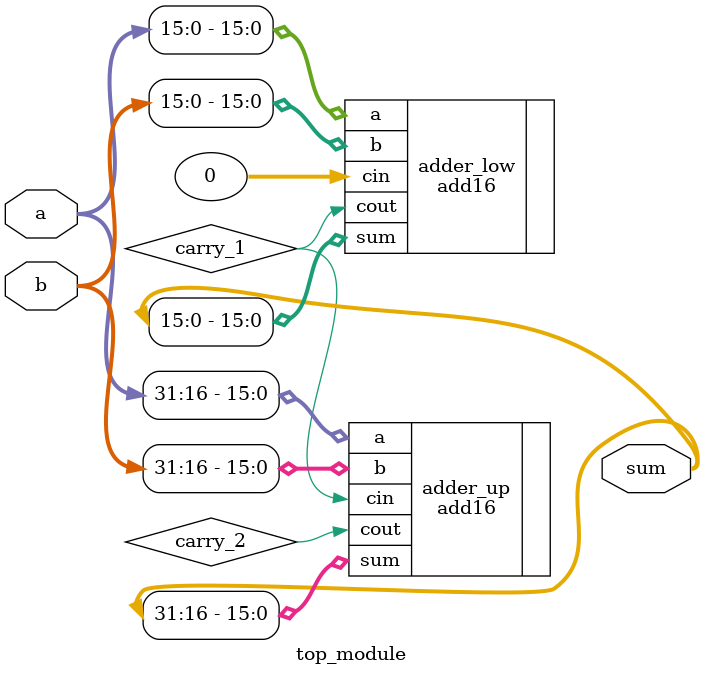
<source format=v>
module top_module(
    input [31:0] a,
    input [31:0] b,
    output [31:0] sum
);
	
    wire carry_1, carry_2;
    
    add16 adder_low (.a(a[15:0]), .b(b[15:0]), .cin(0), .sum(sum[15:0]), .cout(carry_1));
    add16 adder_up (.a(a[31:16]), .b(b[31:16]), .cin(carry_1), .sum(sum[31:16]), .cout(carry_2));
    
endmodule

</source>
